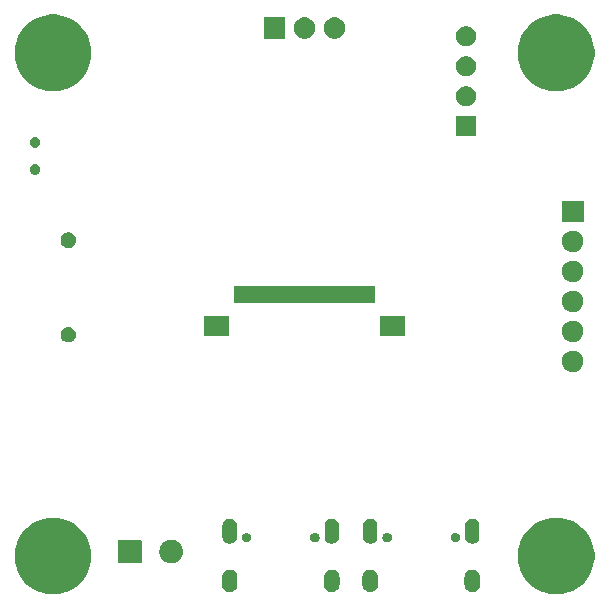
<source format=gbr>
%TF.GenerationSoftware,KiCad,Pcbnew,9.0.5*%
%TF.CreationDate,2025-10-14T15:47:48-07:00*%
%TF.ProjectId,lightspeed_r1,6c696768-7473-4706-9565-645f72312e6b,rev?*%
%TF.SameCoordinates,Original*%
%TF.FileFunction,Soldermask,Bot*%
%TF.FilePolarity,Negative*%
%FSLAX46Y46*%
G04 Gerber Fmt 4.6, Leading zero omitted, Abs format (unit mm)*
G04 Created by KiCad (PCBNEW 9.0.5) date 2025-10-14 15:47:48*
%MOMM*%
%LPD*%
G01*
G04 APERTURE LIST*
G04 APERTURE END LIST*
G36*
X-19821659Y-17595285D02*
G01*
X-19507885Y-17657698D01*
X-19201739Y-17750566D01*
X-18906170Y-17872995D01*
X-18624025Y-18023805D01*
X-18358020Y-18201543D01*
X-18110718Y-18404499D01*
X-17884499Y-18630718D01*
X-17681543Y-18878020D01*
X-17503805Y-19144025D01*
X-17352995Y-19426170D01*
X-17230566Y-19721739D01*
X-17137698Y-20027885D01*
X-17075285Y-20341659D01*
X-17043927Y-20660039D01*
X-17043927Y-20979961D01*
X-17075285Y-21298341D01*
X-17137698Y-21612115D01*
X-17230566Y-21918261D01*
X-17352995Y-22213830D01*
X-17503805Y-22495975D01*
X-17681543Y-22761980D01*
X-17884499Y-23009282D01*
X-18110718Y-23235501D01*
X-18358020Y-23438457D01*
X-18624025Y-23616195D01*
X-18906170Y-23767005D01*
X-19201739Y-23889434D01*
X-19507885Y-23982302D01*
X-19821659Y-24044715D01*
X-20140039Y-24076073D01*
X-20459961Y-24076073D01*
X-20778341Y-24044715D01*
X-21092115Y-23982302D01*
X-21398261Y-23889434D01*
X-21693830Y-23767005D01*
X-21975975Y-23616195D01*
X-22241980Y-23438457D01*
X-22489282Y-23235501D01*
X-22715501Y-23009282D01*
X-22918457Y-22761980D01*
X-23096195Y-22495975D01*
X-23247005Y-22213830D01*
X-23369434Y-21918261D01*
X-23462302Y-21612115D01*
X-23524715Y-21298341D01*
X-23556073Y-20979961D01*
X-23556073Y-20660039D01*
X-23524715Y-20341659D01*
X-23462302Y-20027885D01*
X-23369434Y-19721739D01*
X-23247005Y-19426170D01*
X-23096195Y-19144025D01*
X-22918457Y-18878020D01*
X-22715501Y-18630718D01*
X-22489282Y-18404499D01*
X-22241980Y-18201543D01*
X-21975975Y-18023805D01*
X-21693830Y-17872995D01*
X-21398261Y-17750566D01*
X-21092115Y-17657698D01*
X-20778341Y-17595285D01*
X-20459961Y-17563927D01*
X-20140039Y-17563927D01*
X-19821659Y-17595285D01*
G37*
G36*
X22778341Y-17595285D02*
G01*
X23092115Y-17657698D01*
X23398261Y-17750566D01*
X23693830Y-17872995D01*
X23975975Y-18023805D01*
X24241980Y-18201543D01*
X24489282Y-18404499D01*
X24715501Y-18630718D01*
X24918457Y-18878020D01*
X25096195Y-19144025D01*
X25247005Y-19426170D01*
X25369434Y-19721739D01*
X25462302Y-20027885D01*
X25524715Y-20341659D01*
X25556073Y-20660039D01*
X25556073Y-20979961D01*
X25524715Y-21298341D01*
X25462302Y-21612115D01*
X25369434Y-21918261D01*
X25247005Y-22213830D01*
X25096195Y-22495975D01*
X24918457Y-22761980D01*
X24715501Y-23009282D01*
X24489282Y-23235501D01*
X24241980Y-23438457D01*
X23975975Y-23616195D01*
X23693830Y-23767005D01*
X23398261Y-23889434D01*
X23092115Y-23982302D01*
X22778341Y-24044715D01*
X22459961Y-24076073D01*
X22140039Y-24076073D01*
X21821659Y-24044715D01*
X21507885Y-23982302D01*
X21201739Y-23889434D01*
X20906170Y-23767005D01*
X20624025Y-23616195D01*
X20358020Y-23438457D01*
X20110718Y-23235501D01*
X19884499Y-23009282D01*
X19681543Y-22761980D01*
X19503805Y-22495975D01*
X19352995Y-22213830D01*
X19230566Y-21918261D01*
X19137698Y-21612115D01*
X19075285Y-21298341D01*
X19043927Y-20979961D01*
X19043927Y-20660039D01*
X19075285Y-20341659D01*
X19137698Y-20027885D01*
X19230566Y-19721739D01*
X19352995Y-19426170D01*
X19503805Y-19144025D01*
X19681543Y-18878020D01*
X19884499Y-18630718D01*
X20110718Y-18404499D01*
X20358020Y-18201543D01*
X20624025Y-18023805D01*
X20906170Y-17872995D01*
X21201739Y-17750566D01*
X21507885Y-17657698D01*
X21821659Y-17595285D01*
X22140039Y-17563927D01*
X22459961Y-17563927D01*
X22778341Y-17595285D01*
G37*
G36*
X-5148412Y-21988419D02*
G01*
X-5028878Y-22037932D01*
X-4921300Y-22109813D01*
X-4829813Y-22201300D01*
X-4757932Y-22308878D01*
X-4708419Y-22428412D01*
X-4683178Y-22555309D01*
X-4680000Y-22620000D01*
X-4680000Y-23220000D01*
X-4683178Y-23284691D01*
X-4708419Y-23411588D01*
X-4757932Y-23531122D01*
X-4829813Y-23638700D01*
X-4921300Y-23730187D01*
X-5028878Y-23802068D01*
X-5148412Y-23851581D01*
X-5275309Y-23876822D01*
X-5404691Y-23876822D01*
X-5531588Y-23851581D01*
X-5651122Y-23802068D01*
X-5758700Y-23730187D01*
X-5850187Y-23638700D01*
X-5922068Y-23531122D01*
X-5971581Y-23411588D01*
X-5996822Y-23284691D01*
X-6000000Y-23220000D01*
X-6000000Y-22620000D01*
X-5996822Y-22555309D01*
X-5971581Y-22428412D01*
X-5922068Y-22308878D01*
X-5850187Y-22201300D01*
X-5758700Y-22109813D01*
X-5651122Y-22037932D01*
X-5531588Y-21988419D01*
X-5404691Y-21963178D01*
X-5275309Y-21963178D01*
X-5148412Y-21988419D01*
G37*
G36*
X3491588Y-21988419D02*
G01*
X3611122Y-22037932D01*
X3718700Y-22109813D01*
X3810187Y-22201300D01*
X3882068Y-22308878D01*
X3931581Y-22428412D01*
X3956822Y-22555309D01*
X3960000Y-22620000D01*
X3960000Y-23220000D01*
X3956822Y-23284691D01*
X3931581Y-23411588D01*
X3882068Y-23531122D01*
X3810187Y-23638700D01*
X3718700Y-23730187D01*
X3611122Y-23802068D01*
X3491588Y-23851581D01*
X3364691Y-23876822D01*
X3235309Y-23876822D01*
X3108412Y-23851581D01*
X2988878Y-23802068D01*
X2881300Y-23730187D01*
X2789813Y-23638700D01*
X2717932Y-23531122D01*
X2668419Y-23411588D01*
X2643178Y-23284691D01*
X2640000Y-23220000D01*
X2640000Y-22620000D01*
X2643178Y-22555309D01*
X2668419Y-22428412D01*
X2717932Y-22308878D01*
X2789813Y-22201300D01*
X2881300Y-22109813D01*
X2988878Y-22037932D01*
X3108412Y-21988419D01*
X3235309Y-21963178D01*
X3364691Y-21963178D01*
X3491588Y-21988419D01*
G37*
G36*
X6751688Y-21988419D02*
G01*
X6871222Y-22037932D01*
X6978800Y-22109813D01*
X7070287Y-22201300D01*
X7142168Y-22308878D01*
X7191681Y-22428412D01*
X7216922Y-22555309D01*
X7220100Y-22620000D01*
X7220100Y-23220000D01*
X7216922Y-23284691D01*
X7191681Y-23411588D01*
X7142168Y-23531122D01*
X7070287Y-23638700D01*
X6978800Y-23730187D01*
X6871222Y-23802068D01*
X6751688Y-23851581D01*
X6624791Y-23876822D01*
X6495409Y-23876822D01*
X6368512Y-23851581D01*
X6248978Y-23802068D01*
X6141400Y-23730187D01*
X6049913Y-23638700D01*
X5978032Y-23531122D01*
X5928519Y-23411588D01*
X5903278Y-23284691D01*
X5900100Y-23220000D01*
X5900100Y-22620000D01*
X5903278Y-22555309D01*
X5928519Y-22428412D01*
X5978032Y-22308878D01*
X6049913Y-22201300D01*
X6141400Y-22109813D01*
X6248978Y-22037932D01*
X6368512Y-21988419D01*
X6495409Y-21963178D01*
X6624791Y-21963178D01*
X6751688Y-21988419D01*
G37*
G36*
X15391688Y-21988419D02*
G01*
X15511222Y-22037932D01*
X15618800Y-22109813D01*
X15710287Y-22201300D01*
X15782168Y-22308878D01*
X15831681Y-22428412D01*
X15856922Y-22555309D01*
X15860100Y-22620000D01*
X15860100Y-23220000D01*
X15856922Y-23284691D01*
X15831681Y-23411588D01*
X15782168Y-23531122D01*
X15710287Y-23638700D01*
X15618800Y-23730187D01*
X15511222Y-23802068D01*
X15391688Y-23851581D01*
X15264791Y-23876822D01*
X15135409Y-23876822D01*
X15008512Y-23851581D01*
X14888978Y-23802068D01*
X14781400Y-23730187D01*
X14689913Y-23638700D01*
X14618032Y-23531122D01*
X14568519Y-23411588D01*
X14543278Y-23284691D01*
X14540100Y-23220000D01*
X14540100Y-22620000D01*
X14543278Y-22555309D01*
X14568519Y-22428412D01*
X14618032Y-22308878D01*
X14689913Y-22201300D01*
X14781400Y-22109813D01*
X14888978Y-22037932D01*
X15008512Y-21988419D01*
X15135409Y-21963178D01*
X15264791Y-21963178D01*
X15391688Y-21988419D01*
G37*
G36*
X-12860966Y-19435764D02*
G01*
X-12827875Y-19457875D01*
X-12805764Y-19490966D01*
X-12798000Y-19530000D01*
X-12798000Y-21330000D01*
X-12805764Y-21369034D01*
X-12827875Y-21402125D01*
X-12860966Y-21424236D01*
X-12900000Y-21432000D01*
X-14700000Y-21432000D01*
X-14739034Y-21424236D01*
X-14772125Y-21402125D01*
X-14794236Y-21369034D01*
X-14802000Y-21330000D01*
X-14802000Y-19530000D01*
X-14794236Y-19490966D01*
X-14772125Y-19457875D01*
X-14739034Y-19435764D01*
X-14700000Y-19428000D01*
X-12900000Y-19428000D01*
X-12860966Y-19435764D01*
G37*
G36*
X-10212386Y-19432825D02*
G01*
X-10201787Y-19432825D01*
X-10160369Y-19441063D01*
X-10066158Y-19455985D01*
X-10035853Y-19465831D01*
X-10009135Y-19471146D01*
X-9971434Y-19486761D01*
X-9916666Y-19504557D01*
X-9865356Y-19530700D01*
X-9827660Y-19546315D01*
X-9805012Y-19561447D01*
X-9776617Y-19575916D01*
X-9699426Y-19631998D01*
X-9664338Y-19655444D01*
X-9656848Y-19662933D01*
X-9649451Y-19668308D01*
X-9538308Y-19779451D01*
X-9532933Y-19786848D01*
X-9525444Y-19794338D01*
X-9501998Y-19829426D01*
X-9445916Y-19906617D01*
X-9431447Y-19935012D01*
X-9416315Y-19957660D01*
X-9400700Y-19995356D01*
X-9374557Y-20046666D01*
X-9356761Y-20101434D01*
X-9341146Y-20139135D01*
X-9335831Y-20165853D01*
X-9325985Y-20196158D01*
X-9311062Y-20290372D01*
X-9302825Y-20331787D01*
X-9302825Y-20342384D01*
X-9301396Y-20351407D01*
X-9301396Y-20508592D01*
X-9302825Y-20517614D01*
X-9302825Y-20528213D01*
X-9311063Y-20569631D01*
X-9325985Y-20663841D01*
X-9335830Y-20694143D01*
X-9341146Y-20720865D01*
X-9356763Y-20758569D01*
X-9374557Y-20813333D01*
X-9400698Y-20864638D01*
X-9416315Y-20902340D01*
X-9431449Y-20924990D01*
X-9445916Y-20953382D01*
X-9501989Y-21030560D01*
X-9525444Y-21065662D01*
X-9532935Y-21073153D01*
X-9538308Y-21080548D01*
X-9649451Y-21191691D01*
X-9656845Y-21197063D01*
X-9664338Y-21204556D01*
X-9699444Y-21228013D01*
X-9776617Y-21284083D01*
X-9805006Y-21298548D01*
X-9827660Y-21313685D01*
X-9865366Y-21329303D01*
X-9916666Y-21355442D01*
X-9971423Y-21373233D01*
X-10009135Y-21388854D01*
X-10035861Y-21394170D01*
X-10066158Y-21404014D01*
X-10160359Y-21418934D01*
X-10201787Y-21427175D01*
X-10212386Y-21427175D01*
X-10221408Y-21428604D01*
X-10378592Y-21428604D01*
X-10387614Y-21427175D01*
X-10398213Y-21427175D01*
X-10439641Y-21418934D01*
X-10533841Y-21404014D01*
X-10564135Y-21394170D01*
X-10590865Y-21388854D01*
X-10628580Y-21373231D01*
X-10683333Y-21355442D01*
X-10734627Y-21329305D01*
X-10772340Y-21313685D01*
X-10794997Y-21298545D01*
X-10823382Y-21284083D01*
X-10900543Y-21228021D01*
X-10935662Y-21204556D01*
X-10943157Y-21197060D01*
X-10950548Y-21191691D01*
X-11061691Y-21080548D01*
X-11067060Y-21073157D01*
X-11074556Y-21065662D01*
X-11098021Y-21030543D01*
X-11154083Y-20953382D01*
X-11168545Y-20924997D01*
X-11183685Y-20902340D01*
X-11199305Y-20864627D01*
X-11225442Y-20813333D01*
X-11243231Y-20758580D01*
X-11258854Y-20720865D01*
X-11264170Y-20694135D01*
X-11274014Y-20663841D01*
X-11288934Y-20569641D01*
X-11297175Y-20528213D01*
X-11297175Y-20517613D01*
X-11298604Y-20508592D01*
X-11298604Y-20351407D01*
X-11297175Y-20342385D01*
X-11297175Y-20331787D01*
X-11288935Y-20290362D01*
X-11274014Y-20196158D01*
X-11264170Y-20165861D01*
X-11258854Y-20139135D01*
X-11243233Y-20101423D01*
X-11225442Y-20046666D01*
X-11199303Y-19995366D01*
X-11183685Y-19957660D01*
X-11168548Y-19935006D01*
X-11154083Y-19906617D01*
X-11098013Y-19829444D01*
X-11074556Y-19794338D01*
X-11067063Y-19786845D01*
X-11061691Y-19779451D01*
X-10950548Y-19668308D01*
X-10943153Y-19662935D01*
X-10935662Y-19655444D01*
X-10900560Y-19631989D01*
X-10823382Y-19575916D01*
X-10794990Y-19561449D01*
X-10772340Y-19546315D01*
X-10734638Y-19530698D01*
X-10683333Y-19504557D01*
X-10628569Y-19486763D01*
X-10590865Y-19471146D01*
X-10564143Y-19465830D01*
X-10533841Y-19455985D01*
X-10439631Y-19441063D01*
X-10398213Y-19432825D01*
X-10387614Y-19432825D01*
X-10378592Y-19431396D01*
X-10221408Y-19431396D01*
X-10212386Y-19432825D01*
G37*
G36*
X-5162926Y-17676266D02*
G01*
X-5052448Y-17722028D01*
X-4953020Y-17788464D01*
X-4868464Y-17873020D01*
X-4802028Y-17972448D01*
X-4756266Y-18082926D01*
X-4732937Y-18200210D01*
X-4730000Y-18260000D01*
X-4730000Y-19160000D01*
X-4732937Y-19219790D01*
X-4756266Y-19337074D01*
X-4802028Y-19447552D01*
X-4868464Y-19546980D01*
X-4953020Y-19631536D01*
X-5052448Y-19697972D01*
X-5162926Y-19743734D01*
X-5280210Y-19767063D01*
X-5399790Y-19767063D01*
X-5517074Y-19743734D01*
X-5627552Y-19697972D01*
X-5726980Y-19631536D01*
X-5811536Y-19546980D01*
X-5877972Y-19447552D01*
X-5923734Y-19337074D01*
X-5947063Y-19219790D01*
X-5950000Y-19160000D01*
X-5950000Y-18260000D01*
X-5947063Y-18200210D01*
X-5923734Y-18082926D01*
X-5877972Y-17972448D01*
X-5811536Y-17873020D01*
X-5726980Y-17788464D01*
X-5627552Y-17722028D01*
X-5517074Y-17676266D01*
X-5399790Y-17652937D01*
X-5280210Y-17652937D01*
X-5162926Y-17676266D01*
G37*
G36*
X3477074Y-17676266D02*
G01*
X3587552Y-17722028D01*
X3686980Y-17788464D01*
X3771536Y-17873020D01*
X3837972Y-17972448D01*
X3883734Y-18082926D01*
X3907063Y-18200210D01*
X3910000Y-18260000D01*
X3910000Y-19160000D01*
X3907063Y-19219790D01*
X3883734Y-19337074D01*
X3837972Y-19447552D01*
X3771536Y-19546980D01*
X3686980Y-19631536D01*
X3587552Y-19697972D01*
X3477074Y-19743734D01*
X3359790Y-19767063D01*
X3240210Y-19767063D01*
X3122926Y-19743734D01*
X3012448Y-19697972D01*
X2913020Y-19631536D01*
X2828464Y-19546980D01*
X2762028Y-19447552D01*
X2716266Y-19337074D01*
X2692937Y-19219790D01*
X2690000Y-19160000D01*
X2690000Y-18260000D01*
X2692937Y-18200210D01*
X2716266Y-18082926D01*
X2762028Y-17972448D01*
X2828464Y-17873020D01*
X2913020Y-17788464D01*
X3012448Y-17722028D01*
X3122926Y-17676266D01*
X3240210Y-17652937D01*
X3359790Y-17652937D01*
X3477074Y-17676266D01*
G37*
G36*
X6737174Y-17676266D02*
G01*
X6847652Y-17722028D01*
X6947080Y-17788464D01*
X7031636Y-17873020D01*
X7098072Y-17972448D01*
X7143834Y-18082926D01*
X7167163Y-18200210D01*
X7170100Y-18260000D01*
X7170100Y-19160000D01*
X7167163Y-19219790D01*
X7143834Y-19337074D01*
X7098072Y-19447552D01*
X7031636Y-19546980D01*
X6947080Y-19631536D01*
X6847652Y-19697972D01*
X6737174Y-19743734D01*
X6619890Y-19767063D01*
X6500310Y-19767063D01*
X6383026Y-19743734D01*
X6272548Y-19697972D01*
X6173120Y-19631536D01*
X6088564Y-19546980D01*
X6022128Y-19447552D01*
X5976366Y-19337074D01*
X5953037Y-19219790D01*
X5950100Y-19160000D01*
X5950100Y-18260000D01*
X5953037Y-18200210D01*
X5976366Y-18082926D01*
X6022128Y-17972448D01*
X6088564Y-17873020D01*
X6173120Y-17788464D01*
X6272548Y-17722028D01*
X6383026Y-17676266D01*
X6500310Y-17652937D01*
X6619890Y-17652937D01*
X6737174Y-17676266D01*
G37*
G36*
X15377174Y-17676266D02*
G01*
X15487652Y-17722028D01*
X15587080Y-17788464D01*
X15671636Y-17873020D01*
X15738072Y-17972448D01*
X15783834Y-18082926D01*
X15807163Y-18200210D01*
X15810100Y-18260000D01*
X15810100Y-19160000D01*
X15807163Y-19219790D01*
X15783834Y-19337074D01*
X15738072Y-19447552D01*
X15671636Y-19546980D01*
X15587080Y-19631536D01*
X15487652Y-19697972D01*
X15377174Y-19743734D01*
X15259890Y-19767063D01*
X15140310Y-19767063D01*
X15023026Y-19743734D01*
X14912548Y-19697972D01*
X14813120Y-19631536D01*
X14728564Y-19546980D01*
X14662128Y-19447552D01*
X14616366Y-19337074D01*
X14593037Y-19219790D01*
X14590100Y-19160000D01*
X14590100Y-18260000D01*
X14593037Y-18200210D01*
X14616366Y-18082926D01*
X14662128Y-17972448D01*
X14728564Y-17873020D01*
X14813120Y-17788464D01*
X14912548Y-17722028D01*
X15023026Y-17676266D01*
X15140310Y-17652937D01*
X15259890Y-17652937D01*
X15377174Y-17676266D01*
G37*
G36*
X-3753100Y-18861209D02*
G01*
X-3660408Y-18914725D01*
X-3584725Y-18990408D01*
X-3531209Y-19083100D01*
X-3503508Y-19186484D01*
X-3503508Y-19293516D01*
X-3531209Y-19396900D01*
X-3584725Y-19489592D01*
X-3660408Y-19565275D01*
X-3753100Y-19618791D01*
X-3856484Y-19646492D01*
X-3963516Y-19646492D01*
X-4066900Y-19618791D01*
X-4159592Y-19565275D01*
X-4235275Y-19489592D01*
X-4288791Y-19396900D01*
X-4316492Y-19293516D01*
X-4316492Y-19186484D01*
X-4288791Y-19083100D01*
X-4235275Y-18990408D01*
X-4159592Y-18914725D01*
X-4066900Y-18861209D01*
X-3963516Y-18833508D01*
X-3856484Y-18833508D01*
X-3753100Y-18861209D01*
G37*
G36*
X2026900Y-18861209D02*
G01*
X2119592Y-18914725D01*
X2195275Y-18990408D01*
X2248791Y-19083100D01*
X2276492Y-19186484D01*
X2276492Y-19293516D01*
X2248791Y-19396900D01*
X2195275Y-19489592D01*
X2119592Y-19565275D01*
X2026900Y-19618791D01*
X1923516Y-19646492D01*
X1816484Y-19646492D01*
X1713100Y-19618791D01*
X1620408Y-19565275D01*
X1544725Y-19489592D01*
X1491209Y-19396900D01*
X1463508Y-19293516D01*
X1463508Y-19186484D01*
X1491209Y-19083100D01*
X1544725Y-18990408D01*
X1620408Y-18914725D01*
X1713100Y-18861209D01*
X1816484Y-18833508D01*
X1923516Y-18833508D01*
X2026900Y-18861209D01*
G37*
G36*
X8147000Y-18861209D02*
G01*
X8239692Y-18914725D01*
X8315375Y-18990408D01*
X8368891Y-19083100D01*
X8396592Y-19186484D01*
X8396592Y-19293516D01*
X8368891Y-19396900D01*
X8315375Y-19489592D01*
X8239692Y-19565275D01*
X8147000Y-19618791D01*
X8043616Y-19646492D01*
X7936584Y-19646492D01*
X7833200Y-19618791D01*
X7740508Y-19565275D01*
X7664825Y-19489592D01*
X7611309Y-19396900D01*
X7583608Y-19293516D01*
X7583608Y-19186484D01*
X7611309Y-19083100D01*
X7664825Y-18990408D01*
X7740508Y-18914725D01*
X7833200Y-18861209D01*
X7936584Y-18833508D01*
X8043616Y-18833508D01*
X8147000Y-18861209D01*
G37*
G36*
X13927000Y-18861209D02*
G01*
X14019692Y-18914725D01*
X14095375Y-18990408D01*
X14148891Y-19083100D01*
X14176592Y-19186484D01*
X14176592Y-19293516D01*
X14148891Y-19396900D01*
X14095375Y-19489592D01*
X14019692Y-19565275D01*
X13927000Y-19618791D01*
X13823616Y-19646492D01*
X13716584Y-19646492D01*
X13613200Y-19618791D01*
X13520508Y-19565275D01*
X13444825Y-19489592D01*
X13391309Y-19396900D01*
X13363608Y-19293516D01*
X13363608Y-19186484D01*
X13391309Y-19083100D01*
X13444825Y-18990408D01*
X13520508Y-18914725D01*
X13613200Y-18861209D01*
X13716584Y-18833508D01*
X13823616Y-18833508D01*
X13927000Y-18861209D01*
G37*
G36*
X23974159Y-3459184D02*
G01*
X24138971Y-3527452D01*
X24287298Y-3626560D01*
X24413440Y-3752702D01*
X24512548Y-3901029D01*
X24580816Y-4065841D01*
X24615618Y-4240804D01*
X24615618Y-4419196D01*
X24580816Y-4594159D01*
X24512548Y-4758971D01*
X24413440Y-4907298D01*
X24287298Y-5033440D01*
X24138971Y-5132548D01*
X23974159Y-5200816D01*
X23799196Y-5235618D01*
X23620804Y-5235618D01*
X23445841Y-5200816D01*
X23281029Y-5132548D01*
X23132702Y-5033440D01*
X23006560Y-4907298D01*
X22907452Y-4758971D01*
X22839184Y-4594159D01*
X22804382Y-4419196D01*
X22804382Y-4240804D01*
X22839184Y-4065841D01*
X22907452Y-3901029D01*
X23006560Y-3752702D01*
X23132702Y-3626560D01*
X23281029Y-3527452D01*
X23445841Y-3459184D01*
X23620804Y-3424382D01*
X23799196Y-3424382D01*
X23974159Y-3459184D01*
G37*
G36*
X-18808412Y-1438419D02*
G01*
X-18688878Y-1487932D01*
X-18581300Y-1559813D01*
X-18489813Y-1651300D01*
X-18417932Y-1758878D01*
X-18368419Y-1878412D01*
X-18343178Y-2005309D01*
X-18343178Y-2134691D01*
X-18368419Y-2261588D01*
X-18417932Y-2381122D01*
X-18489813Y-2488700D01*
X-18581300Y-2580187D01*
X-18688878Y-2652068D01*
X-18808412Y-2701581D01*
X-18935309Y-2726822D01*
X-19064691Y-2726822D01*
X-19191588Y-2701581D01*
X-19311122Y-2652068D01*
X-19418700Y-2580187D01*
X-19510187Y-2488700D01*
X-19582068Y-2381122D01*
X-19631581Y-2261588D01*
X-19656822Y-2134691D01*
X-19656822Y-2005309D01*
X-19631581Y-1878412D01*
X-19582068Y-1758878D01*
X-19510187Y-1651300D01*
X-19418700Y-1559813D01*
X-19311122Y-1487932D01*
X-19191588Y-1438419D01*
X-19064691Y-1413178D01*
X-18935309Y-1413178D01*
X-18808412Y-1438419D01*
G37*
G36*
X23974159Y-919184D02*
G01*
X24138971Y-987452D01*
X24287298Y-1086560D01*
X24413440Y-1212702D01*
X24512548Y-1361029D01*
X24580816Y-1525841D01*
X24615618Y-1700804D01*
X24615618Y-1879196D01*
X24580816Y-2054159D01*
X24512548Y-2218971D01*
X24413440Y-2367298D01*
X24287298Y-2493440D01*
X24138971Y-2592548D01*
X23974159Y-2660816D01*
X23799196Y-2695618D01*
X23620804Y-2695618D01*
X23445841Y-2660816D01*
X23281029Y-2592548D01*
X23132702Y-2493440D01*
X23006560Y-2367298D01*
X22907452Y-2218971D01*
X22839184Y-2054159D01*
X22804382Y-1879196D01*
X22804382Y-1700804D01*
X22839184Y-1525841D01*
X22907452Y-1361029D01*
X23006560Y-1212702D01*
X23132702Y-1086560D01*
X23281029Y-987452D01*
X23445841Y-919184D01*
X23620804Y-884382D01*
X23799196Y-884382D01*
X23974159Y-919184D01*
G37*
G36*
X-5427039Y-514567D02*
G01*
X-5407574Y-527574D01*
X-5394567Y-547039D01*
X-5390000Y-570000D01*
X-5390000Y-2170000D01*
X-5394567Y-2192961D01*
X-5407574Y-2212426D01*
X-5427039Y-2225433D01*
X-5450000Y-2230000D01*
X-7450000Y-2230000D01*
X-7472961Y-2225433D01*
X-7492426Y-2212426D01*
X-7505433Y-2192961D01*
X-7510000Y-2170000D01*
X-7510000Y-570000D01*
X-7505433Y-547039D01*
X-7492426Y-527574D01*
X-7472961Y-514567D01*
X-7450000Y-510000D01*
X-5450000Y-510000D01*
X-5427039Y-514567D01*
G37*
G36*
X9472961Y-514567D02*
G01*
X9492426Y-527574D01*
X9505433Y-547039D01*
X9510000Y-570000D01*
X9510000Y-2170000D01*
X9505433Y-2192961D01*
X9492426Y-2212426D01*
X9472961Y-2225433D01*
X9450000Y-2230000D01*
X7450000Y-2230000D01*
X7427039Y-2225433D01*
X7407574Y-2212426D01*
X7394567Y-2192961D01*
X7390000Y-2170000D01*
X7390000Y-570000D01*
X7394567Y-547039D01*
X7407574Y-527574D01*
X7427039Y-514567D01*
X7450000Y-510000D01*
X9450000Y-510000D01*
X9472961Y-514567D01*
G37*
G36*
X23974159Y1620816D02*
G01*
X24138971Y1552548D01*
X24287298Y1453440D01*
X24413440Y1327298D01*
X24512548Y1178971D01*
X24580816Y1014159D01*
X24615618Y839196D01*
X24615618Y660804D01*
X24580816Y485841D01*
X24512548Y321029D01*
X24413440Y172702D01*
X24287298Y46560D01*
X24138971Y-52548D01*
X23974159Y-120816D01*
X23799196Y-155618D01*
X23620804Y-155618D01*
X23445841Y-120816D01*
X23281029Y-52548D01*
X23132702Y46560D01*
X23006560Y172702D01*
X22907452Y321029D01*
X22839184Y485841D01*
X22804382Y660804D01*
X22804382Y839196D01*
X22839184Y1014159D01*
X22907452Y1178971D01*
X23006560Y1327298D01*
X23132702Y1453440D01*
X23281029Y1552548D01*
X23445841Y1620816D01*
X23620804Y1655618D01*
X23799196Y1655618D01*
X23974159Y1620816D01*
G37*
G36*
X-4577039Y2035433D02*
G01*
X-4557574Y2022426D01*
X-4554799Y2018273D01*
X-4530183Y2001825D01*
X-4469817Y2001825D01*
X-4445201Y2018272D01*
X-4442426Y2022426D01*
X-4422961Y2035433D01*
X-4400000Y2040000D01*
X-4100000Y2040000D01*
X-4077039Y2035433D01*
X-4057574Y2022426D01*
X-4054799Y2018273D01*
X-4030183Y2001825D01*
X-3969817Y2001825D01*
X-3945201Y2018272D01*
X-3942426Y2022426D01*
X-3922961Y2035433D01*
X-3900000Y2040000D01*
X-3600000Y2040000D01*
X-3577039Y2035433D01*
X-3557574Y2022426D01*
X-3554799Y2018273D01*
X-3530183Y2001825D01*
X-3469817Y2001825D01*
X-3445201Y2018272D01*
X-3442426Y2022426D01*
X-3422961Y2035433D01*
X-3400000Y2040000D01*
X-3100000Y2040000D01*
X-3077039Y2035433D01*
X-3057574Y2022426D01*
X-3054799Y2018273D01*
X-3030183Y2001825D01*
X-2969817Y2001825D01*
X-2945201Y2018272D01*
X-2942426Y2022426D01*
X-2922961Y2035433D01*
X-2900000Y2040000D01*
X-2600000Y2040000D01*
X-2577039Y2035433D01*
X-2557574Y2022426D01*
X-2554799Y2018273D01*
X-2530183Y2001825D01*
X-2469817Y2001825D01*
X-2445201Y2018272D01*
X-2442426Y2022426D01*
X-2422961Y2035433D01*
X-2400000Y2040000D01*
X-2100000Y2040000D01*
X-2077039Y2035433D01*
X-2057574Y2022426D01*
X-2054799Y2018273D01*
X-2030183Y2001825D01*
X-1969817Y2001825D01*
X-1945201Y2018272D01*
X-1942426Y2022426D01*
X-1922961Y2035433D01*
X-1900000Y2040000D01*
X-1600000Y2040000D01*
X-1577039Y2035433D01*
X-1557574Y2022426D01*
X-1554799Y2018273D01*
X-1530183Y2001825D01*
X-1469817Y2001825D01*
X-1445201Y2018272D01*
X-1442426Y2022426D01*
X-1422961Y2035433D01*
X-1400000Y2040000D01*
X-1100000Y2040000D01*
X-1077039Y2035433D01*
X-1057574Y2022426D01*
X-1054799Y2018273D01*
X-1030183Y2001825D01*
X-969817Y2001825D01*
X-945201Y2018272D01*
X-942426Y2022426D01*
X-922961Y2035433D01*
X-900000Y2040000D01*
X-600000Y2040000D01*
X-577039Y2035433D01*
X-557574Y2022426D01*
X-554799Y2018273D01*
X-530183Y2001825D01*
X-469817Y2001825D01*
X-445201Y2018272D01*
X-442426Y2022426D01*
X-422961Y2035433D01*
X-400000Y2040000D01*
X-100000Y2040000D01*
X-77039Y2035433D01*
X-57574Y2022426D01*
X-54799Y2018273D01*
X-30183Y2001825D01*
X30183Y2001825D01*
X54798Y2018272D01*
X57574Y2022426D01*
X77039Y2035433D01*
X100000Y2040000D01*
X400000Y2040000D01*
X422961Y2035433D01*
X442426Y2022426D01*
X445201Y2018272D01*
X469817Y2001825D01*
X530183Y2001825D01*
X554798Y2018272D01*
X557574Y2022426D01*
X577039Y2035433D01*
X600000Y2040000D01*
X900000Y2040000D01*
X922961Y2035433D01*
X942426Y2022426D01*
X945201Y2018272D01*
X969817Y2001825D01*
X1030183Y2001825D01*
X1054798Y2018272D01*
X1057574Y2022426D01*
X1077039Y2035433D01*
X1100000Y2040000D01*
X1400000Y2040000D01*
X1422961Y2035433D01*
X1442426Y2022426D01*
X1445201Y2018272D01*
X1469817Y2001825D01*
X1530183Y2001825D01*
X1554798Y2018272D01*
X1557574Y2022426D01*
X1577039Y2035433D01*
X1600000Y2040000D01*
X1900000Y2040000D01*
X1922961Y2035433D01*
X1942426Y2022426D01*
X1945201Y2018272D01*
X1969817Y2001825D01*
X2030183Y2001825D01*
X2054798Y2018272D01*
X2057574Y2022426D01*
X2077039Y2035433D01*
X2100000Y2040000D01*
X2400000Y2040000D01*
X2422961Y2035433D01*
X2442426Y2022426D01*
X2445201Y2018272D01*
X2469817Y2001825D01*
X2530183Y2001825D01*
X2554798Y2018272D01*
X2557574Y2022426D01*
X2577039Y2035433D01*
X2600000Y2040000D01*
X2900000Y2040000D01*
X2922961Y2035433D01*
X2942426Y2022426D01*
X2945201Y2018272D01*
X2969817Y2001825D01*
X3030183Y2001825D01*
X3054798Y2018272D01*
X3057574Y2022426D01*
X3077039Y2035433D01*
X3100000Y2040000D01*
X3400000Y2040000D01*
X3422961Y2035433D01*
X3442426Y2022426D01*
X3445201Y2018272D01*
X3469817Y2001825D01*
X3530183Y2001825D01*
X3554798Y2018272D01*
X3557574Y2022426D01*
X3577039Y2035433D01*
X3600000Y2040000D01*
X3900000Y2040000D01*
X3922961Y2035433D01*
X3942426Y2022426D01*
X3945201Y2018272D01*
X3969817Y2001825D01*
X4030183Y2001825D01*
X4054798Y2018272D01*
X4057574Y2022426D01*
X4077039Y2035433D01*
X4100000Y2040000D01*
X4400000Y2040000D01*
X4422961Y2035433D01*
X4442426Y2022426D01*
X4445201Y2018272D01*
X4469817Y2001825D01*
X4530183Y2001825D01*
X4554798Y2018272D01*
X4557574Y2022426D01*
X4577039Y2035433D01*
X4600000Y2040000D01*
X4900000Y2040000D01*
X4922961Y2035433D01*
X4942426Y2022426D01*
X4945201Y2018272D01*
X4969817Y2001825D01*
X5030183Y2001825D01*
X5054798Y2018272D01*
X5057574Y2022426D01*
X5077039Y2035433D01*
X5100000Y2040000D01*
X5400000Y2040000D01*
X5422961Y2035433D01*
X5442426Y2022426D01*
X5445201Y2018272D01*
X5469817Y2001825D01*
X5530183Y2001825D01*
X5554798Y2018272D01*
X5557574Y2022426D01*
X5577039Y2035433D01*
X5600000Y2040000D01*
X5900000Y2040000D01*
X5922961Y2035433D01*
X5942426Y2022426D01*
X5945201Y2018272D01*
X5969817Y2001825D01*
X6030183Y2001825D01*
X6054798Y2018272D01*
X6057574Y2022426D01*
X6077039Y2035433D01*
X6100000Y2040000D01*
X6400000Y2040000D01*
X6422961Y2035433D01*
X6442426Y2022426D01*
X6445201Y2018272D01*
X6469817Y2001825D01*
X6530183Y2001825D01*
X6554798Y2018272D01*
X6557574Y2022426D01*
X6577039Y2035433D01*
X6600000Y2040000D01*
X6900000Y2040000D01*
X6922961Y2035433D01*
X6942426Y2022426D01*
X6955433Y2002961D01*
X6960000Y1980000D01*
X6960000Y680000D01*
X6955433Y657039D01*
X6942426Y637574D01*
X6922961Y624567D01*
X6900000Y620000D01*
X6890198Y620000D01*
X6609798Y620000D01*
X6600000Y620000D01*
X6577039Y624567D01*
X6557574Y637574D01*
X6554800Y641724D01*
X6530182Y658174D01*
X6469818Y658174D01*
X6445199Y641725D01*
X6442426Y637574D01*
X6422961Y624567D01*
X6400000Y620000D01*
X6390198Y620000D01*
X6109798Y620000D01*
X6100000Y620000D01*
X6077039Y624567D01*
X6057574Y637574D01*
X6054800Y641724D01*
X6030182Y658174D01*
X5969818Y658174D01*
X5945199Y641725D01*
X5942426Y637574D01*
X5922961Y624567D01*
X5900000Y620000D01*
X5890198Y620000D01*
X5609798Y620000D01*
X5600000Y620000D01*
X5577039Y624567D01*
X5557574Y637574D01*
X5554800Y641724D01*
X5530182Y658174D01*
X5469818Y658174D01*
X5445199Y641725D01*
X5442426Y637574D01*
X5422961Y624567D01*
X5400000Y620000D01*
X5390198Y620000D01*
X5109798Y620000D01*
X5100000Y620000D01*
X5077039Y624567D01*
X5057574Y637574D01*
X5054800Y641724D01*
X5030182Y658174D01*
X4969818Y658174D01*
X4945199Y641725D01*
X4942426Y637574D01*
X4922961Y624567D01*
X4900000Y620000D01*
X4890198Y620000D01*
X4609798Y620000D01*
X4600000Y620000D01*
X4577039Y624567D01*
X4557574Y637574D01*
X4554800Y641724D01*
X4530182Y658174D01*
X4469818Y658174D01*
X4445199Y641725D01*
X4442426Y637574D01*
X4422961Y624567D01*
X4400000Y620000D01*
X4390198Y620000D01*
X4109798Y620000D01*
X4100000Y620000D01*
X4077039Y624567D01*
X4057574Y637574D01*
X4054800Y641724D01*
X4030182Y658174D01*
X3969818Y658174D01*
X3945199Y641725D01*
X3942426Y637574D01*
X3922961Y624567D01*
X3900000Y620000D01*
X3890198Y620000D01*
X3609798Y620000D01*
X3600000Y620000D01*
X3577039Y624567D01*
X3557574Y637574D01*
X3554800Y641724D01*
X3530182Y658174D01*
X3469818Y658174D01*
X3445199Y641725D01*
X3442426Y637574D01*
X3422961Y624567D01*
X3400000Y620000D01*
X3390198Y620000D01*
X3109798Y620000D01*
X3100000Y620000D01*
X3077039Y624567D01*
X3057574Y637574D01*
X3054800Y641724D01*
X3030182Y658174D01*
X2969818Y658174D01*
X2945199Y641725D01*
X2942426Y637574D01*
X2922961Y624567D01*
X2900000Y620000D01*
X2890198Y620000D01*
X2609798Y620000D01*
X2600000Y620000D01*
X2577039Y624567D01*
X2557574Y637574D01*
X2554800Y641724D01*
X2530182Y658174D01*
X2469818Y658174D01*
X2445199Y641725D01*
X2442426Y637574D01*
X2422961Y624567D01*
X2400000Y620000D01*
X2390198Y620000D01*
X2109798Y620000D01*
X2100000Y620000D01*
X2077039Y624567D01*
X2057574Y637574D01*
X2054800Y641724D01*
X2030182Y658174D01*
X1969818Y658174D01*
X1945199Y641725D01*
X1942426Y637574D01*
X1922961Y624567D01*
X1900000Y620000D01*
X1890198Y620000D01*
X1609798Y620000D01*
X1600000Y620000D01*
X1577039Y624567D01*
X1557574Y637574D01*
X1554800Y641724D01*
X1530182Y658174D01*
X1469818Y658174D01*
X1445199Y641725D01*
X1442426Y637574D01*
X1422961Y624567D01*
X1400000Y620000D01*
X1390198Y620000D01*
X1109798Y620000D01*
X1100000Y620000D01*
X1077039Y624567D01*
X1057574Y637574D01*
X1054800Y641724D01*
X1030182Y658174D01*
X969818Y658174D01*
X945199Y641725D01*
X942426Y637574D01*
X922961Y624567D01*
X900000Y620000D01*
X890198Y620000D01*
X609798Y620000D01*
X600000Y620000D01*
X577039Y624567D01*
X557574Y637574D01*
X554800Y641724D01*
X530182Y658174D01*
X469818Y658174D01*
X445199Y641725D01*
X442426Y637574D01*
X422961Y624567D01*
X400000Y620000D01*
X390198Y620000D01*
X109798Y620000D01*
X100000Y620000D01*
X77039Y624567D01*
X57574Y637574D01*
X54800Y641724D01*
X30182Y658174D01*
X-30182Y658174D01*
X-54800Y641724D01*
X-57574Y637574D01*
X-77039Y624567D01*
X-100000Y620000D01*
X-109801Y620000D01*
X-390201Y620000D01*
X-400000Y620000D01*
X-422961Y624567D01*
X-442426Y637574D01*
X-445199Y641724D01*
X-469818Y658174D01*
X-530182Y658174D01*
X-554800Y641724D01*
X-557574Y637574D01*
X-577039Y624567D01*
X-600000Y620000D01*
X-609801Y620000D01*
X-890201Y620000D01*
X-900000Y620000D01*
X-922961Y624567D01*
X-942426Y637574D01*
X-945199Y641724D01*
X-969818Y658174D01*
X-1030182Y658174D01*
X-1054800Y641724D01*
X-1057574Y637574D01*
X-1077039Y624567D01*
X-1100000Y620000D01*
X-1109801Y620000D01*
X-1390201Y620000D01*
X-1400000Y620000D01*
X-1422961Y624567D01*
X-1442426Y637574D01*
X-1445199Y641724D01*
X-1469818Y658174D01*
X-1530182Y658174D01*
X-1554800Y641724D01*
X-1557574Y637574D01*
X-1577039Y624567D01*
X-1600000Y620000D01*
X-1609801Y620000D01*
X-1890201Y620000D01*
X-1900000Y620000D01*
X-1922961Y624567D01*
X-1942426Y637574D01*
X-1945199Y641724D01*
X-1969818Y658174D01*
X-2030182Y658174D01*
X-2054800Y641724D01*
X-2057574Y637574D01*
X-2077039Y624567D01*
X-2100000Y620000D01*
X-2109801Y620000D01*
X-2390201Y620000D01*
X-2400000Y620000D01*
X-2422961Y624567D01*
X-2442426Y637574D01*
X-2445199Y641724D01*
X-2469818Y658174D01*
X-2530182Y658174D01*
X-2554800Y641724D01*
X-2557574Y637574D01*
X-2577039Y624567D01*
X-2600000Y620000D01*
X-2609801Y620000D01*
X-2890201Y620000D01*
X-2900000Y620000D01*
X-2922961Y624567D01*
X-2942426Y637574D01*
X-2945199Y641724D01*
X-2969818Y658174D01*
X-3030182Y658174D01*
X-3054800Y641724D01*
X-3057574Y637574D01*
X-3077039Y624567D01*
X-3100000Y620000D01*
X-3109801Y620000D01*
X-3390201Y620000D01*
X-3400000Y620000D01*
X-3422961Y624567D01*
X-3442426Y637574D01*
X-3445199Y641724D01*
X-3469818Y658174D01*
X-3530182Y658174D01*
X-3554800Y641724D01*
X-3557574Y637574D01*
X-3577039Y624567D01*
X-3600000Y620000D01*
X-3609801Y620000D01*
X-3890201Y620000D01*
X-3900000Y620000D01*
X-3922961Y624567D01*
X-3942426Y637574D01*
X-3945199Y641724D01*
X-3969818Y658174D01*
X-4030182Y658174D01*
X-4054800Y641724D01*
X-4057574Y637574D01*
X-4077039Y624567D01*
X-4100000Y620000D01*
X-4109801Y620000D01*
X-4390201Y620000D01*
X-4400000Y620000D01*
X-4422961Y624567D01*
X-4442426Y637574D01*
X-4445199Y641724D01*
X-4469818Y658174D01*
X-4530182Y658174D01*
X-4554800Y641724D01*
X-4557574Y637574D01*
X-4577039Y624567D01*
X-4600000Y620000D01*
X-4609801Y620000D01*
X-4890201Y620000D01*
X-4900000Y620000D01*
X-4922961Y624567D01*
X-4942426Y637574D01*
X-4955433Y657039D01*
X-4960000Y680000D01*
X-4960000Y1980000D01*
X-4955433Y2002961D01*
X-4942426Y2022426D01*
X-4922961Y2035433D01*
X-4900000Y2040000D01*
X-4600000Y2040000D01*
X-4577039Y2035433D01*
G37*
G36*
X23974159Y4160816D02*
G01*
X24138971Y4092548D01*
X24287298Y3993440D01*
X24413440Y3867298D01*
X24512548Y3718971D01*
X24580816Y3554159D01*
X24615618Y3379196D01*
X24615618Y3200804D01*
X24580816Y3025841D01*
X24512548Y2861029D01*
X24413440Y2712702D01*
X24287298Y2586560D01*
X24138971Y2487452D01*
X23974159Y2419184D01*
X23799196Y2384382D01*
X23620804Y2384382D01*
X23445841Y2419184D01*
X23281029Y2487452D01*
X23132702Y2586560D01*
X23006560Y2712702D01*
X22907452Y2861029D01*
X22839184Y3025841D01*
X22804382Y3200804D01*
X22804382Y3379196D01*
X22839184Y3554159D01*
X22907452Y3718971D01*
X23006560Y3867298D01*
X23132702Y3993440D01*
X23281029Y4092548D01*
X23445841Y4160816D01*
X23620804Y4195618D01*
X23799196Y4195618D01*
X23974159Y4160816D01*
G37*
G36*
X23974159Y6700816D02*
G01*
X24138971Y6632548D01*
X24287298Y6533440D01*
X24413440Y6407298D01*
X24512548Y6258971D01*
X24580816Y6094159D01*
X24615618Y5919196D01*
X24615618Y5740804D01*
X24580816Y5565841D01*
X24512548Y5401029D01*
X24413440Y5252702D01*
X24287298Y5126560D01*
X24138971Y5027452D01*
X23974159Y4959184D01*
X23799196Y4924382D01*
X23620804Y4924382D01*
X23445841Y4959184D01*
X23281029Y5027452D01*
X23132702Y5126560D01*
X23006560Y5252702D01*
X22907452Y5401029D01*
X22839184Y5565841D01*
X22804382Y5740804D01*
X22804382Y5919196D01*
X22839184Y6094159D01*
X22907452Y6258971D01*
X23006560Y6407298D01*
X23132702Y6533440D01*
X23281029Y6632548D01*
X23445841Y6700816D01*
X23620804Y6735618D01*
X23799196Y6735618D01*
X23974159Y6700816D01*
G37*
G36*
X-18808412Y6561581D02*
G01*
X-18688878Y6512068D01*
X-18581300Y6440187D01*
X-18489813Y6348700D01*
X-18417932Y6241122D01*
X-18368419Y6121588D01*
X-18343178Y5994691D01*
X-18343178Y5865309D01*
X-18368419Y5738412D01*
X-18417932Y5618878D01*
X-18489813Y5511300D01*
X-18581300Y5419813D01*
X-18688878Y5347932D01*
X-18808412Y5298419D01*
X-18935309Y5273178D01*
X-19064691Y5273178D01*
X-19191588Y5298419D01*
X-19311122Y5347932D01*
X-19418700Y5419813D01*
X-19510187Y5511300D01*
X-19582068Y5618878D01*
X-19631581Y5738412D01*
X-19656822Y5865309D01*
X-19656822Y5994691D01*
X-19631581Y6121588D01*
X-19582068Y6241122D01*
X-19510187Y6348700D01*
X-19418700Y6440187D01*
X-19311122Y6512068D01*
X-19191588Y6561581D01*
X-19064691Y6586822D01*
X-18935309Y6586822D01*
X-18808412Y6561581D01*
G37*
G36*
X24582961Y9275433D02*
G01*
X24602426Y9262426D01*
X24615433Y9242961D01*
X24620000Y9220000D01*
X24620000Y7520000D01*
X24615433Y7497039D01*
X24602426Y7477574D01*
X24582961Y7464567D01*
X24560000Y7460000D01*
X24550198Y7460000D01*
X22869798Y7460000D01*
X22860000Y7460000D01*
X22837039Y7464567D01*
X22817574Y7477574D01*
X22804567Y7497039D01*
X22800000Y7520000D01*
X22800000Y9220000D01*
X22804567Y9242961D01*
X22817574Y9262426D01*
X22837039Y9275433D01*
X22860000Y9280000D01*
X24560000Y9280000D01*
X24582961Y9275433D01*
G37*
G36*
X-21643966Y12344985D02*
G01*
X-21539970Y12284943D01*
X-21455057Y12200030D01*
X-21395015Y12096034D01*
X-21363935Y11980042D01*
X-21363935Y11859958D01*
X-21395015Y11743966D01*
X-21455057Y11639970D01*
X-21539970Y11555057D01*
X-21643966Y11495015D01*
X-21759958Y11463935D01*
X-21880042Y11463935D01*
X-21996034Y11495015D01*
X-22100030Y11555057D01*
X-22184943Y11639970D01*
X-22244985Y11743966D01*
X-22276065Y11859958D01*
X-22276065Y11980042D01*
X-22244985Y12096034D01*
X-22184943Y12200030D01*
X-22100030Y12284943D01*
X-21996034Y12344985D01*
X-21880042Y12376065D01*
X-21759958Y12376065D01*
X-21643966Y12344985D01*
G37*
G36*
X-21643966Y14644985D02*
G01*
X-21539970Y14584943D01*
X-21455057Y14500030D01*
X-21395015Y14396034D01*
X-21363935Y14280042D01*
X-21363935Y14159958D01*
X-21395015Y14043966D01*
X-21455057Y13939970D01*
X-21539970Y13855057D01*
X-21643966Y13795015D01*
X-21759958Y13763935D01*
X-21880042Y13763935D01*
X-21996034Y13795015D01*
X-22100030Y13855057D01*
X-22184943Y13939970D01*
X-22244985Y14043966D01*
X-22276065Y14159958D01*
X-22276065Y14280042D01*
X-22244985Y14396034D01*
X-22184943Y14500030D01*
X-22100030Y14584943D01*
X-21996034Y14644985D01*
X-21880042Y14676065D01*
X-21759958Y14676065D01*
X-21643966Y14644985D01*
G37*
G36*
X15495461Y16425433D02*
G01*
X15514926Y16412426D01*
X15527933Y16392961D01*
X15532500Y16370000D01*
X15532500Y14770000D01*
X15527933Y14747039D01*
X15514926Y14727574D01*
X15495461Y14714567D01*
X15472500Y14710000D01*
X15462698Y14710000D01*
X13882298Y14710000D01*
X13872500Y14710000D01*
X13849539Y14714567D01*
X13830074Y14727574D01*
X13817067Y14747039D01*
X13812500Y14770000D01*
X13812500Y16370000D01*
X13817067Y16392961D01*
X13830074Y16412426D01*
X13849539Y16425433D01*
X13872500Y16430000D01*
X15472500Y16430000D01*
X15495461Y16425433D01*
G37*
G36*
X14922145Y18932969D02*
G01*
X15077901Y18868452D01*
X15218078Y18774789D01*
X15337289Y18655578D01*
X15430952Y18515401D01*
X15495469Y18359645D01*
X15528359Y18194295D01*
X15528359Y18025705D01*
X15495469Y17860355D01*
X15430952Y17704599D01*
X15337289Y17564422D01*
X15218078Y17445211D01*
X15077901Y17351548D01*
X14922145Y17287031D01*
X14756795Y17254141D01*
X14588205Y17254141D01*
X14422855Y17287031D01*
X14267099Y17351548D01*
X14126922Y17445211D01*
X14007711Y17564422D01*
X13914048Y17704599D01*
X13849531Y17860355D01*
X13816641Y18025705D01*
X13816641Y18194295D01*
X13849531Y18359645D01*
X13914048Y18515401D01*
X14007711Y18655578D01*
X14126922Y18774789D01*
X14267099Y18868452D01*
X14422855Y18932969D01*
X14588205Y18965859D01*
X14756795Y18965859D01*
X14922145Y18932969D01*
G37*
G36*
X-19821659Y25004715D02*
G01*
X-19507885Y24942302D01*
X-19201739Y24849434D01*
X-18906170Y24727005D01*
X-18624025Y24576195D01*
X-18358020Y24398457D01*
X-18110718Y24195501D01*
X-17884499Y23969282D01*
X-17681543Y23721980D01*
X-17503805Y23455975D01*
X-17352995Y23173830D01*
X-17230566Y22878261D01*
X-17137698Y22572115D01*
X-17075285Y22258341D01*
X-17043927Y21939961D01*
X-17043927Y21620039D01*
X-17075285Y21301659D01*
X-17137698Y20987885D01*
X-17230566Y20681739D01*
X-17352995Y20386170D01*
X-17503805Y20104025D01*
X-17681543Y19838020D01*
X-17884499Y19590718D01*
X-18110718Y19364499D01*
X-18358020Y19161543D01*
X-18624025Y18983805D01*
X-18906170Y18832995D01*
X-19201739Y18710566D01*
X-19507885Y18617698D01*
X-19821659Y18555285D01*
X-20140039Y18523927D01*
X-20459961Y18523927D01*
X-20778341Y18555285D01*
X-21092115Y18617698D01*
X-21398261Y18710566D01*
X-21693830Y18832995D01*
X-21975975Y18983805D01*
X-22241980Y19161543D01*
X-22489282Y19364499D01*
X-22715501Y19590718D01*
X-22918457Y19838020D01*
X-23096195Y20104025D01*
X-23247005Y20386170D01*
X-23369434Y20681739D01*
X-23462302Y20987885D01*
X-23524715Y21301659D01*
X-23556073Y21620039D01*
X-23556073Y21939961D01*
X-23524715Y22258341D01*
X-23462302Y22572115D01*
X-23369434Y22878261D01*
X-23247005Y23173830D01*
X-23096195Y23455975D01*
X-22918457Y23721980D01*
X-22715501Y23969282D01*
X-22489282Y24195501D01*
X-22241980Y24398457D01*
X-21975975Y24576195D01*
X-21693830Y24727005D01*
X-21398261Y24849434D01*
X-21092115Y24942302D01*
X-20778341Y25004715D01*
X-20459961Y25036073D01*
X-20140039Y25036073D01*
X-19821659Y25004715D01*
G37*
G36*
X22778341Y25004715D02*
G01*
X23092115Y24942302D01*
X23398261Y24849434D01*
X23693830Y24727005D01*
X23975975Y24576195D01*
X24241980Y24398457D01*
X24489282Y24195501D01*
X24715501Y23969282D01*
X24918457Y23721980D01*
X25096195Y23455975D01*
X25247005Y23173830D01*
X25369434Y22878261D01*
X25462302Y22572115D01*
X25524715Y22258341D01*
X25556073Y21939961D01*
X25556073Y21620039D01*
X25524715Y21301659D01*
X25462302Y20987885D01*
X25369434Y20681739D01*
X25247005Y20386170D01*
X25096195Y20104025D01*
X24918457Y19838020D01*
X24715501Y19590718D01*
X24489282Y19364499D01*
X24241980Y19161543D01*
X23975975Y18983805D01*
X23693830Y18832995D01*
X23398261Y18710566D01*
X23092115Y18617698D01*
X22778341Y18555285D01*
X22459961Y18523927D01*
X22140039Y18523927D01*
X21821659Y18555285D01*
X21507885Y18617698D01*
X21201739Y18710566D01*
X20906170Y18832995D01*
X20624025Y18983805D01*
X20358020Y19161543D01*
X20110718Y19364499D01*
X19884499Y19590718D01*
X19681543Y19838020D01*
X19503805Y20104025D01*
X19352995Y20386170D01*
X19230566Y20681739D01*
X19137698Y20987885D01*
X19075285Y21301659D01*
X19043927Y21620039D01*
X19043927Y21939961D01*
X19075285Y22258341D01*
X19137698Y22572115D01*
X19230566Y22878261D01*
X19352995Y23173830D01*
X19503805Y23455975D01*
X19681543Y23721980D01*
X19884499Y23969282D01*
X20110718Y24195501D01*
X20358020Y24398457D01*
X20624025Y24576195D01*
X20906170Y24727005D01*
X21201739Y24849434D01*
X21507885Y24942302D01*
X21821659Y25004715D01*
X22140039Y25036073D01*
X22459961Y25036073D01*
X22778341Y25004715D01*
G37*
G36*
X14922145Y21472969D02*
G01*
X15077901Y21408452D01*
X15218078Y21314789D01*
X15337289Y21195578D01*
X15430952Y21055401D01*
X15495469Y20899645D01*
X15528359Y20734295D01*
X15528359Y20565705D01*
X15495469Y20400355D01*
X15430952Y20244599D01*
X15337289Y20104422D01*
X15218078Y19985211D01*
X15077901Y19891548D01*
X14922145Y19827031D01*
X14756795Y19794141D01*
X14588205Y19794141D01*
X14422855Y19827031D01*
X14267099Y19891548D01*
X14126922Y19985211D01*
X14007711Y20104422D01*
X13914048Y20244599D01*
X13849531Y20400355D01*
X13816641Y20565705D01*
X13816641Y20734295D01*
X13849531Y20899645D01*
X13914048Y21055401D01*
X14007711Y21195578D01*
X14126922Y21314789D01*
X14267099Y21408452D01*
X14422855Y21472969D01*
X14588205Y21505859D01*
X14756795Y21505859D01*
X14922145Y21472969D01*
G37*
G36*
X14922145Y24012969D02*
G01*
X15077901Y23948452D01*
X15218078Y23854789D01*
X15337289Y23735578D01*
X15430952Y23595401D01*
X15495469Y23439645D01*
X15528359Y23274295D01*
X15528359Y23105705D01*
X15495469Y22940355D01*
X15430952Y22784599D01*
X15337289Y22644422D01*
X15218078Y22525211D01*
X15077901Y22431548D01*
X14922145Y22367031D01*
X14756795Y22334141D01*
X14588205Y22334141D01*
X14422855Y22367031D01*
X14267099Y22431548D01*
X14126922Y22525211D01*
X14007711Y22644422D01*
X13914048Y22784599D01*
X13849531Y22940355D01*
X13816641Y23105705D01*
X13816641Y23274295D01*
X13849531Y23439645D01*
X13914048Y23595401D01*
X14007711Y23735578D01*
X14126922Y23854789D01*
X14267099Y23948452D01*
X14422855Y24012969D01*
X14588205Y24045859D01*
X14756795Y24045859D01*
X14922145Y24012969D01*
G37*
G36*
X-667039Y24785433D02*
G01*
X-647574Y24772426D01*
X-634567Y24752961D01*
X-630000Y24730000D01*
X-630000Y23030000D01*
X-634567Y23007039D01*
X-647574Y22987574D01*
X-667039Y22974567D01*
X-690000Y22970000D01*
X-699801Y22970000D01*
X-2380201Y22970000D01*
X-2390000Y22970000D01*
X-2412961Y22974567D01*
X-2432426Y22987574D01*
X-2445433Y23007039D01*
X-2450000Y23030000D01*
X-2450000Y24730000D01*
X-2445433Y24752961D01*
X-2432426Y24772426D01*
X-2412961Y24785433D01*
X-2390000Y24790000D01*
X-690000Y24790000D01*
X-667039Y24785433D01*
G37*
G36*
X1264159Y24750816D02*
G01*
X1428971Y24682548D01*
X1577298Y24583440D01*
X1703440Y24457298D01*
X1802548Y24308971D01*
X1870816Y24144159D01*
X1905618Y23969196D01*
X1905618Y23790804D01*
X1870816Y23615841D01*
X1802548Y23451029D01*
X1703440Y23302702D01*
X1577298Y23176560D01*
X1428971Y23077452D01*
X1264159Y23009184D01*
X1089196Y22974382D01*
X910804Y22974382D01*
X735841Y23009184D01*
X571029Y23077452D01*
X422702Y23176560D01*
X296560Y23302702D01*
X197452Y23451029D01*
X129184Y23615841D01*
X94382Y23790804D01*
X94382Y23969196D01*
X129184Y24144159D01*
X197452Y24308971D01*
X296560Y24457298D01*
X422702Y24583440D01*
X571029Y24682548D01*
X735841Y24750816D01*
X910804Y24785618D01*
X1089196Y24785618D01*
X1264159Y24750816D01*
G37*
G36*
X3804159Y24750816D02*
G01*
X3968971Y24682548D01*
X4117298Y24583440D01*
X4243440Y24457298D01*
X4342548Y24308971D01*
X4410816Y24144159D01*
X4445618Y23969196D01*
X4445618Y23790804D01*
X4410816Y23615841D01*
X4342548Y23451029D01*
X4243440Y23302702D01*
X4117298Y23176560D01*
X3968971Y23077452D01*
X3804159Y23009184D01*
X3629196Y22974382D01*
X3450804Y22974382D01*
X3275841Y23009184D01*
X3111029Y23077452D01*
X2962702Y23176560D01*
X2836560Y23302702D01*
X2737452Y23451029D01*
X2669184Y23615841D01*
X2634382Y23790804D01*
X2634382Y23969196D01*
X2669184Y24144159D01*
X2737452Y24308971D01*
X2836560Y24457298D01*
X2962702Y24583440D01*
X3111029Y24682548D01*
X3275841Y24750816D01*
X3450804Y24785618D01*
X3629196Y24785618D01*
X3804159Y24750816D01*
G37*
M02*

</source>
